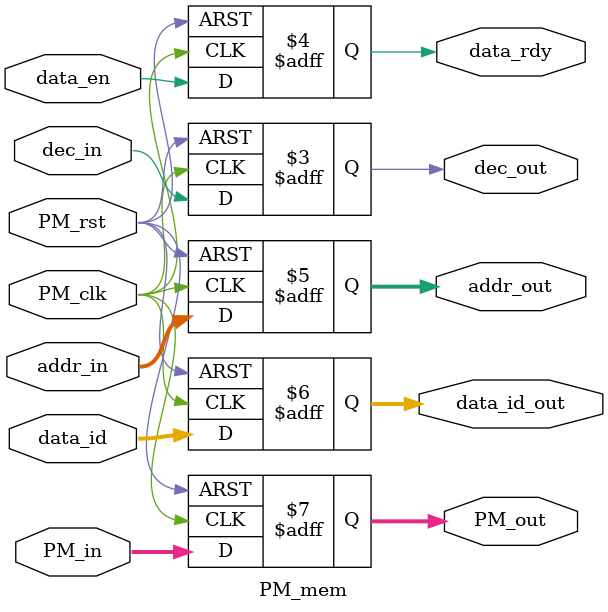
<source format=v>
module PM_mem(data_id,
			  PM_clk,
			  PM_rst,
		      PM_in,
		      data_en,
		      addr_in,
		      dec_in,
		      PM_out,
		      addr_out,
		      data_rdy,
		      dec_out,
		      data_id_out);
	input PM_clk,PM_rst,dec_in,data_en;
	input [1:0] addr_in;
	input [2:0] data_id;
	input [6:0] PM_in;
	output dec_out,data_rdy;
	output [1:0] addr_out;
	output [2:0] data_id_out;
	output [6:0] PM_out;
	reg dec_out,data_rdy;
	reg [1:0] addr_out;
	reg [2:0] data_id_out;
	reg [6:0] PM_out;

	always @(posedge PM_clk or negedge PM_rst) begin
		if (!PM_rst) begin
			dec_out <= 1'b0;
			data_rdy <= 1'b0;
			addr_out <= 2'b00;
			PM_out <= 7'b0000000;
			data_id_out <= 3'b000;
		end
		else
		begin
			dec_out <= dec_in;
			data_rdy <= data_en;
			addr_out <= addr_in;
			PM_out <=PM_in;
			data_id_out <= data_id;
		end
	end

endmodule
</source>
